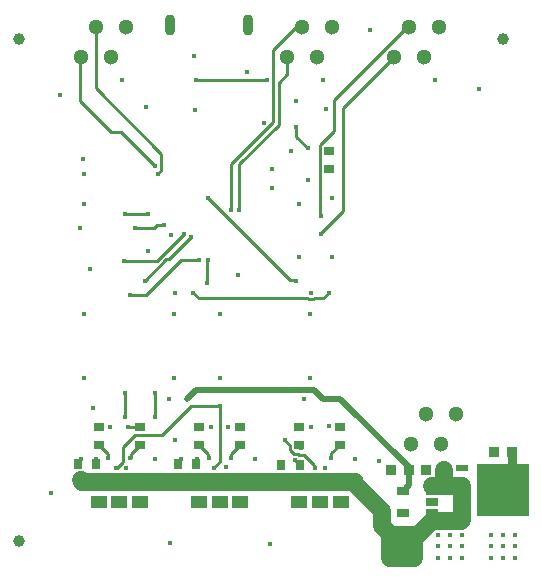
<source format=gbr>
%TF.GenerationSoftware,Altium Limited,Altium Designer,22.9.1 (49)*%
G04 Layer_Physical_Order=4*
G04 Layer_Color=16711680*
%FSLAX45Y45*%
%MOMM*%
%TF.SameCoordinates,980CB771-C75C-4F2C-B837-E40D3F653A85*%
%TF.FilePolarity,Positive*%
%TF.FileFunction,Copper,L4,Bot,Signal*%
%TF.Part,Single*%
G01*
G75*
%TA.AperFunction,SMDPad,CuDef*%
%ADD15R,0.86360X0.88900*%
%ADD23R,0.81280X0.76200*%
%ADD24R,1.34620X1.06680*%
%ADD27R,0.76200X0.81280*%
%TA.AperFunction,Conductor*%
%ADD32C,0.25400*%
%ADD33C,0.50000*%
%TA.AperFunction,ComponentPad*%
%ADD35C,1.30000*%
%ADD36O,0.90000X1.80000*%
%TA.AperFunction,ViaPad*%
%ADD37C,1.00000*%
%ADD38C,0.45000*%
%TA.AperFunction,TestPad*%
%ADD39C,0.45000*%
%TA.AperFunction,SMDPad,CuDef*%
%ADD48R,1.05000X0.55000*%
%ADD49R,4.40000X4.40000*%
%ADD50R,1.00000X0.70000*%
%TA.AperFunction,Conductor*%
%ADD51C,1.50000*%
%ADD52C,0.80000*%
D15*
X4702470Y1600000D02*
D03*
X4547530Y1600000D02*
D03*
X4402470Y1600000D02*
D03*
X4247530Y1600000D02*
D03*
X5277470Y1750000D02*
D03*
X5122530Y1750000D02*
D03*
D23*
X2625000Y1964970D02*
D03*
X2625000Y1810030D02*
D03*
X2975000Y1964970D02*
D03*
X2975000Y1810030D02*
D03*
X3820000Y1964970D02*
D03*
X3820000Y1810030D02*
D03*
X3475000Y1964840D02*
D03*
X3475000Y1809900D02*
D03*
X3725000Y4145060D02*
D03*
X3725000Y4300000D02*
D03*
X2125000Y1809900D02*
D03*
X2125000Y1964840D02*
D03*
X1775000Y1809900D02*
D03*
X1775000Y1964840D02*
D03*
D24*
X2800000Y1324740D02*
D03*
X2800000Y1500000D02*
D03*
X2975000Y1324740D02*
D03*
X2975000Y1500000D02*
D03*
X2625000Y1324740D02*
D03*
X2625000Y1500000D02*
D03*
X3475000Y1324740D02*
D03*
X3475000Y1500000D02*
D03*
X3650000Y1324740D02*
D03*
X3650000Y1500000D02*
D03*
X3825000Y1324740D02*
D03*
X3825000Y1500000D02*
D03*
X1775000Y1500000D02*
D03*
X1775000Y1324740D02*
D03*
X1950000Y1500000D02*
D03*
X1950000Y1324740D02*
D03*
X2125000Y1500000D02*
D03*
X2125000Y1324740D02*
D03*
D27*
X2602470Y1650000D02*
D03*
X2447530Y1650000D02*
D03*
X3477470Y1637370D02*
D03*
X3322530Y1637370D02*
D03*
X1597530Y1650000D02*
D03*
X1752470Y1650000D02*
D03*
D32*
X3651660Y3753540D02*
X3655200Y3750000D01*
X3651660Y3753540D02*
X3651660Y4351645D01*
X3595395Y3044800D02*
X3600595Y3050000D01*
X3549665Y3044800D02*
X3595395Y3044800D01*
X2627470Y3050000D02*
X3544465Y3050000D01*
X3677470Y3050000D02*
X3727470Y3100000D01*
X3600595Y3050000D02*
X3677470Y3050000D01*
X3544465Y3050000D02*
X3549665Y3044800D01*
X2577470Y3100000D02*
X2627470Y3050000D01*
X5200000Y1425000D02*
X5275000Y1500000D01*
X2700000Y3900000D02*
X3396250Y3203750D01*
X2965000Y3800000D02*
X2965000Y4187279D01*
X3596250Y1636294D02*
X3610000Y1622544D01*
X3610000Y1617500D02*
X3610000Y1622544D01*
X2040000Y3080000D02*
X2180000Y3080000D01*
X2475000Y3375000D02*
X2625000Y3375000D01*
X2180000Y3080000D02*
X2475000Y3375000D01*
X3373000Y4948701D02*
X3373000Y5096000D01*
X1620000Y5093000D02*
X1623000Y5096000D01*
X1620000Y4720000D02*
X1620000Y5093000D01*
X3255200Y5155200D02*
X3450000Y5350000D01*
X2025000Y1964840D02*
X2125000Y1964840D01*
X2756532Y1623772D02*
X2800000Y1667240D01*
X1925000Y1617500D02*
X1928664Y1617500D01*
X2800000Y1667240D02*
X2800000Y2136370D01*
X1928664Y1617500D02*
X1978533Y1667369D01*
X2750000Y1617500D02*
X2756272Y1623772D01*
X2756532Y1623772D01*
X2696250Y3188754D02*
X2696250Y3371250D01*
X2691546Y3184050D02*
X2696250Y3188754D01*
X2696250Y3371250D02*
X2700000Y3375000D01*
X2164310Y3200000D02*
X2348402Y3384092D01*
X2372694Y3384092D02*
X2556785Y3568183D01*
X2348402Y3384092D02*
X2372694Y3384092D01*
X1990000Y3370000D02*
X2270105Y3370000D01*
X2500105Y3600000D01*
X1880762Y4459238D02*
X1965762Y4459238D01*
X1620000Y4720000D02*
X1880762Y4459238D01*
X1750000Y4830000D02*
X1750000Y5350000D01*
X2305200Y4132509D02*
X2305200Y4274800D01*
X1750000Y4830000D02*
X2305200Y4274800D01*
X2267052Y3671250D02*
X2321250Y3671250D01*
X2325000Y3675000D01*
X2245802Y3650000D02*
X2267052Y3671250D01*
X2080010Y3650000D02*
X2245802Y3650000D01*
X1853750Y1701121D02*
X1853750Y1733690D01*
X1853750Y1701121D02*
X1857500Y1697370D01*
X1777540Y1809900D02*
X1853750Y1733690D01*
X2046250Y1733690D02*
X2122460Y1809900D01*
X2042500Y1697370D02*
X2046250Y1701121D01*
X2046250Y1733690D01*
X2281427Y4108735D02*
X2305200Y4132509D01*
X1965762Y4459238D02*
X2250000Y4175000D01*
X2281427Y4103432D02*
X2281427Y4108735D01*
X3450000Y4419696D02*
X3450000Y4500000D01*
X3450000Y4419696D02*
X3544696Y4325000D01*
X3550000Y4325000D01*
X3440830Y1676551D02*
X3477470Y1639910D01*
X3477470Y1637370D02*
X3477470Y1639910D01*
X3440830Y1676551D02*
X3440830Y1678860D01*
X3425855Y1734061D02*
X3463694Y1734061D01*
X3469825Y1727930D01*
X3395610Y1764305D02*
X3425855Y1734061D01*
X3469825Y1727930D02*
X3511895Y1727930D01*
X3596250Y1643575D01*
X3596250Y1636294D02*
X3596250Y1643575D01*
X3746250Y1738820D02*
X3817460Y1810030D01*
X3742500Y1702370D02*
X3746250Y1706120D01*
X3746250Y1738820D01*
X2896250Y1701121D02*
X2896250Y1733820D01*
X2892500Y1697370D02*
X2896250Y1701121D01*
X2896250Y1733820D02*
X2972460Y1810030D01*
X2703750Y1701121D02*
X2703750Y1733820D01*
X2627540Y1810030D02*
X2703750Y1733820D01*
X2703750Y1701121D02*
X2707500Y1697370D01*
X2602470Y1650000D02*
X2604475Y1652005D01*
X2604475Y1691352D01*
X1754475Y1652005D02*
X1754475Y1691352D01*
X1752470Y1650000D02*
X1754475Y1652005D01*
X1978533Y1667369D02*
X1978533Y1788418D01*
X3817460Y1810030D02*
X3820000Y1810030D01*
X3491860Y1783130D02*
X3491860Y1793040D01*
X3350000Y1850000D02*
X3395610Y1804390D01*
X3395610Y1764305D02*
X3395610Y1804390D01*
X3475000Y1809900D02*
X3491860Y1793040D01*
X2800000Y2136370D02*
X2800000Y2150000D01*
X3769850Y4731019D02*
X4388831Y5350000D01*
X3769850Y4469835D02*
X3769850Y4731019D01*
X3651660Y4351645D02*
X3769850Y4469835D01*
X3842300Y4665300D02*
X4273000Y5096000D01*
X3842300Y3792300D02*
X3842300Y4665300D01*
X2314098Y1894040D02*
X2556427Y2136370D01*
X2800000Y2136370D01*
X2084156Y1894040D02*
X2314098Y1894040D01*
X1978533Y1788418D02*
X2084156Y1894040D01*
X2000000Y2050000D02*
X2000000Y2250000D01*
X2250000Y2050000D02*
X2250000Y2250000D01*
X2972460Y1810030D02*
X2975000Y1810030D01*
X2625000Y1810030D02*
X2627540Y1810030D01*
X2122460Y1809900D02*
X2125000Y1809900D01*
X1775000Y1809900D02*
X1777540Y1809900D01*
X3655200Y3605200D02*
X3842300Y3792300D01*
X3655200Y3600000D02*
X3655200Y3605200D01*
X4388831Y5350000D02*
X4400000Y5350000D01*
X3300600Y4522879D02*
X3300600Y4876300D01*
X3373000Y4948701D01*
X2965000Y4187279D02*
X3300600Y4522879D01*
X2900000Y3800000D02*
X2900000Y4186484D01*
X3255200Y4541684D01*
X3255200Y5155200D01*
X3396250Y3203750D02*
X3446250Y3203750D01*
X3450000Y3200000D01*
X1998486Y3766375D02*
X1998548Y3766437D01*
X2192646Y3766437D02*
X2192708Y3766500D01*
X1998548Y3766437D02*
X2192646Y3766437D01*
X2600000Y4900000D02*
X3200000Y4900000D01*
D33*
X4355000Y1420000D02*
X4370000Y1420000D01*
X4404350Y1469350D02*
X4404350Y1619450D01*
X4380000Y1445000D02*
X4404350Y1469350D01*
X4370000Y1420000D02*
X4380000Y1430000D01*
X4380000Y1445000D01*
X4403080Y1619450D02*
X4404350Y1619450D01*
X3677470Y2200000D02*
X3822530Y2200000D01*
X4403080Y1619450D01*
X3598430Y2279040D02*
X3677470Y2200000D01*
X2525000Y2200000D02*
X2604040Y2279040D01*
X3598430Y2279040D01*
D35*
X4423000Y1821000D02*
D03*
X4550000Y2075000D02*
D03*
X4677000Y1821000D02*
D03*
X4804000Y2075000D02*
D03*
X4527000Y5096000D02*
D03*
X4400000Y5350000D02*
D03*
X4273000Y5096000D02*
D03*
X4654000Y5350000D02*
D03*
X3754000Y5350000D02*
D03*
X3627000Y5096000D02*
D03*
X3500000Y5350000D02*
D03*
X3373000Y5096000D02*
D03*
X2004000Y5350000D02*
D03*
X1877000Y5096000D02*
D03*
X1750000Y5350000D02*
D03*
X1623000Y5096000D02*
D03*
D36*
X2379370Y5367360D02*
D03*
X3039370Y5367360D02*
D03*
D37*
X1100000Y5250000D02*
D03*
X1100000Y1000000D02*
D03*
X5200000Y5250000D02*
D03*
D38*
X3655200Y3750000D02*
D03*
X2577470Y3100000D02*
D03*
X3727470Y3100000D02*
D03*
X5100000Y1325000D02*
D03*
X5100000Y1525000D02*
D03*
X5300000Y1325000D02*
D03*
X5300000Y1525000D02*
D03*
X5200000Y1425000D02*
D03*
X5100000Y1425000D02*
D03*
X5300000Y1425000D02*
D03*
X5200000Y1525000D02*
D03*
X5200000Y1325000D02*
D03*
X3677470Y4900000D02*
D03*
X2700000Y3900000D02*
D03*
X2965000Y3800000D02*
D03*
X4247530Y1600000D02*
D03*
X4547530Y1600000D02*
D03*
X3610000Y1617500D02*
D03*
X3690000Y1617500D02*
D03*
X2450000Y1500000D02*
D03*
X3300000Y1500000D02*
D03*
X4350000Y850000D02*
D03*
X4250000Y850000D02*
D03*
X4250000Y950000D02*
D03*
X4350000Y950000D02*
D03*
X4450000Y850000D02*
D03*
X4450000Y950000D02*
D03*
X4250000Y1050000D02*
D03*
X4450000Y1050000D02*
D03*
X4350000Y1050000D02*
D03*
X2594510Y4649860D02*
D03*
X1760000Y1490000D02*
D03*
X2610000Y1490000D02*
D03*
X3460000Y1490000D02*
D03*
X1600000Y1500000D02*
D03*
X1950000Y1500000D02*
D03*
X2250000Y1500000D02*
D03*
X2800000Y1500000D02*
D03*
X3100000Y1500000D02*
D03*
X3650000Y1500000D02*
D03*
X3950000Y1500000D02*
D03*
X3840000Y1490000D02*
D03*
X2990000Y1490000D02*
D03*
X2140000Y1490000D02*
D03*
X4850000Y1615500D02*
D03*
X1655500Y2377525D02*
D03*
X2417500Y2377525D02*
D03*
X2805500Y2377525D02*
D03*
X3567500Y2922475D02*
D03*
X3572530Y3100000D02*
D03*
X2389660Y3584860D02*
D03*
X1650000Y3850000D02*
D03*
X1619208Y3650000D02*
D03*
X2197530Y3450000D02*
D03*
X2954940Y3250000D02*
D03*
X3244370Y3984860D02*
D03*
X3550000Y4050000D02*
D03*
X3244370Y4144860D02*
D03*
X3402470Y4300000D02*
D03*
X3173991Y4538540D02*
D03*
X4627470Y4900000D02*
D03*
X3029460Y4969310D02*
D03*
X2579370Y5099860D02*
D03*
X1977470Y4900000D02*
D03*
X4850000Y850000D02*
D03*
X4750000Y850000D02*
D03*
X4650000Y850000D02*
D03*
X4650000Y950000D02*
D03*
X4750000Y950000D02*
D03*
X4850000Y950000D02*
D03*
X4850000Y1050000D02*
D03*
X4750000Y1050000D02*
D03*
X4650000Y1050000D02*
D03*
X4586088Y1307500D02*
D03*
X1925000Y1617500D02*
D03*
X2010000Y1617500D02*
D03*
X2750000Y1617500D02*
D03*
X5300000Y850000D02*
D03*
X5200000Y850000D02*
D03*
X5100000Y850000D02*
D03*
X5100000Y950000D02*
D03*
X5200000Y950000D02*
D03*
X5300000Y950000D02*
D03*
X5300000Y1050000D02*
D03*
X5200000Y1050000D02*
D03*
X5100000Y1050000D02*
D03*
X2691546Y3184050D02*
D03*
X2164310Y3200000D02*
D03*
X1990000Y3370000D02*
D03*
X2040000Y3080000D02*
D03*
X2425000Y1850000D02*
D03*
X5122530Y1750000D02*
D03*
X4150000Y1675000D02*
D03*
X3230000Y970000D02*
D03*
X2380000Y980000D02*
D03*
X1375000Y1400000D02*
D03*
X1725000Y2125000D02*
D03*
X3750000Y3900000D02*
D03*
X3475000Y3850000D02*
D03*
X5000000Y4825000D02*
D03*
X4075000Y5325000D02*
D03*
X1700000Y3300000D02*
D03*
X3750000Y3400000D02*
D03*
X3475000Y3400000D02*
D03*
X2175000Y4675000D02*
D03*
X1450000Y4775000D02*
D03*
X2325000Y3675000D02*
D03*
X2700000Y3375000D02*
D03*
X2625000Y3375000D02*
D03*
X1857500Y1697370D02*
D03*
X2042500Y1697370D02*
D03*
X2250000Y4175000D02*
D03*
X3550000Y4325000D02*
D03*
X3440830Y1678860D02*
D03*
X3742500Y1702370D02*
D03*
X2892500Y1697370D02*
D03*
X2707500Y1697370D02*
D03*
X2604475Y1691352D02*
D03*
X1754475Y1691352D02*
D03*
X2850000Y1625000D02*
D03*
X2475000Y1687630D02*
D03*
X3491860Y1783130D02*
D03*
X3445000Y4722621D02*
D03*
X2805500Y2922475D02*
D03*
X1655500Y2922475D02*
D03*
X1646500Y4227000D02*
D03*
X1650000Y4100000D02*
D03*
X2422530Y3100000D02*
D03*
X3514910Y2200000D02*
D03*
X3567500Y2377525D02*
D03*
X2800000Y2136370D02*
D03*
X3700000Y4652470D02*
D03*
X2372530Y2200000D02*
D03*
X3325000Y1662630D02*
D03*
X3775000Y1325000D02*
D03*
X3650000Y1325000D02*
D03*
X3525000Y1325000D02*
D03*
X2675000Y1325000D02*
D03*
X2925000Y1325000D02*
D03*
X2800000Y1324740D02*
D03*
X1825000Y1325000D02*
D03*
X2075000Y1325000D02*
D03*
X1950000Y1324740D02*
D03*
X3820000Y1964970D02*
D03*
X3475000Y1967380D02*
D03*
X2975000Y1964970D02*
D03*
X2625000Y1964970D02*
D03*
X1775000Y1964840D02*
D03*
X2025000Y1964840D02*
D03*
X1875000Y1964840D02*
D03*
X1625000Y1687630D02*
D03*
X2250000Y1687630D02*
D03*
X3100000Y1687630D02*
D03*
X2725000Y1964970D02*
D03*
X2875000Y1964840D02*
D03*
X3575000Y1964840D02*
D03*
X3725000Y1967380D02*
D03*
X3950000Y1687630D02*
D03*
X2000000Y2050000D02*
D03*
X3350000Y1850000D02*
D03*
X2000000Y2250000D02*
D03*
X2250000Y2050000D02*
D03*
X2250000Y2250000D02*
D03*
X2525000Y2200000D02*
D03*
X3677470Y2200000D02*
D03*
X3655200Y3600000D02*
D03*
X3725000Y4145060D02*
D03*
X2900000Y3800000D02*
D03*
X3450000Y3200000D02*
D03*
X2556785Y3568183D02*
D03*
X2500105Y3600000D02*
D03*
X2281427Y4103432D02*
D03*
X2080010Y3650000D02*
D03*
X2192708Y3766500D02*
D03*
X1998486Y3766375D02*
D03*
X2600000Y4900000D02*
D03*
X3200000Y4900000D02*
D03*
X3725000Y4300000D02*
D03*
X3450000Y4500000D02*
D03*
D39*
X2417500Y2922475D02*
D03*
D48*
X4850000Y1234500D02*
D03*
X4850000Y1361500D02*
D03*
X4850000Y1488500D02*
D03*
X4850000Y1615500D02*
D03*
D49*
X5200000Y1425000D02*
D03*
D50*
X4595000Y1420000D02*
D03*
X4595000Y1325000D02*
D03*
X4595000Y1230000D02*
D03*
X4355000Y1230000D02*
D03*
X4355000Y1420000D02*
D03*
D51*
X4600000Y1460550D02*
X4702470Y1460550D01*
X4850000Y1460550D01*
X4702470Y1460550D02*
X4702470Y1600000D01*
X4850000Y1234500D02*
X4850000Y1361500D01*
X4850000Y1460550D01*
X4450000Y1017425D02*
X4600075Y1167500D01*
X4450000Y850000D02*
X4450000Y1017425D01*
X4350000Y950000D02*
X4450000Y850000D01*
X4450000Y1017425D02*
X4450000Y1017425D01*
X4842000Y1167500D02*
X4850000Y1175500D01*
X4850000Y1234500D01*
X4600075Y1167500D02*
X4842000Y1167500D01*
X4850000Y1460550D02*
X4850000Y1460550D01*
X4450000Y850000D02*
X4450000Y950000D01*
X3850000Y1500000D02*
X3950000Y1500000D01*
X3650000Y1500000D02*
X3825000Y1500000D01*
X4175000Y1125000D02*
X4175000Y1250000D01*
X3935000Y1490000D02*
X4175000Y1250000D01*
X4175000Y1125000D02*
X4250000Y1050000D01*
X3300000Y1500000D02*
X3475000Y1500000D01*
X2450000Y1500000D02*
X2625000Y1500000D01*
X3100000Y1500000D02*
X3300000Y1500000D01*
X2250000Y1500000D02*
X2450000Y1500000D01*
X3475000Y1500000D02*
X3650000Y1500000D01*
X2975000Y1500000D02*
X3100000Y1500000D01*
X2800000Y1500000D02*
X2975000Y1500000D01*
X2625000Y1500000D02*
X2800000Y1500000D01*
X2125000Y1500000D02*
X2250000Y1500000D01*
X1950000Y1500000D02*
X2125000Y1500000D01*
X1775000Y1500000D02*
X1950000Y1500000D01*
X1637370Y1500000D02*
X1775000Y1500000D01*
X1625000Y1512370D02*
X1637370Y1500000D01*
X4250000Y850000D02*
X4350000Y850000D01*
X4245325Y854675D02*
X4250000Y850000D01*
X4245325Y854675D02*
X4245325Y1050000D01*
X4350000Y850000D02*
X4450000Y850000D01*
X4450000Y1017425D02*
X4450000Y1050000D01*
X4350000Y1050000D02*
X4450000Y1050000D01*
X4450000Y1017425D02*
X4450000Y1017425D01*
X4250000Y1050000D02*
X4350000Y1050000D01*
D52*
X5277470Y1497530D02*
X5277470Y1502470D01*
X5277470Y1547530D02*
X5300000Y1525000D01*
X5277470Y1547530D02*
X5277470Y1700000D01*
X5277470Y1502470D02*
X5300000Y1525000D01*
X5277470Y1497530D02*
X5300000Y1475000D01*
%TF.MD5,620e09a31b4b910d1f49867fccef5106*%
M02*

</source>
